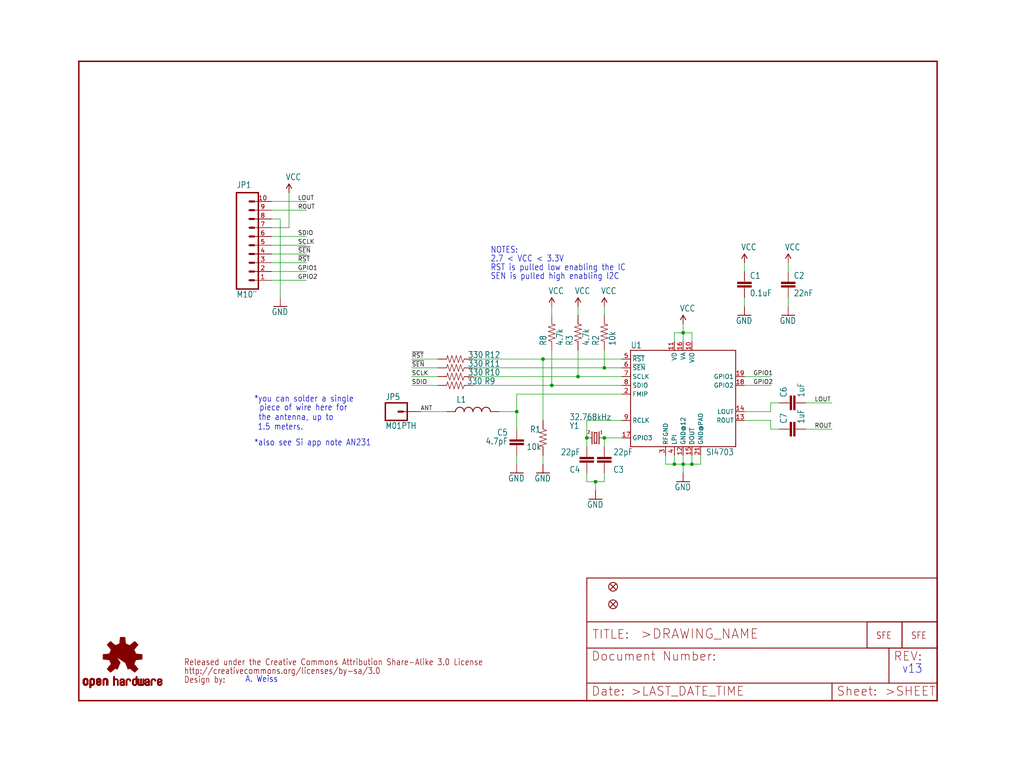
<source format=kicad_sch>
(kicad_sch (version 20211123) (generator eeschema)
  (paper "User" 297.002 223.926)
  (lib_symbols
    (symbol "schematicEagle-eagle-import:CAP0402-CAP"
      (property "Reference" "C" (at 1.524 2.921 0))
      (property "Value" "CAP0402-CAP" (at 1.524 -2.159 0))
      (symbol "CAP0402-CAP_1_0"
        (pin passive line (at 0 5.08 270) (length 2.54) (name "1") (number "1"))
        (pin passive line (at 0 -2.54 90) (length 2.54) (name "2") (number "2"))
      )
    )
    (symbol "schematicEagle-eagle-import:CREATIVE_COMMONS"
      (symbol "CREATIVE_COMMONS_1_0"
        (text "Design by:" (at 0 0 0) (effects (font (size 1.778 1.5113)) (justify left bottom)))
        (text "http://creativecommons.org/licenses/by-sa/3.0" (at 0 2.54 0) (effects (font (size 1.778 1.5113)) (justify left bottom)))
        (text "Released under the Creative Commons Attribution Share-Alike 3.0 License" (at 0 5.08 0) (effects (font (size 1.778 1.5113)) (justify left bottom)))
      )
    )
    (symbol "schematicEagle-eagle-import:CRYSTAL32-SMD"
      (property "Reference" "Y" (at 2.54 1.016 0))
      (property "Value" "CRYSTAL32-SMD" (at 2.54 -2.54 0))
      (symbol "CRYSTAL32-SMD_1_0"
        (text "1" (at -2.159 -1.143 0) (effects (font (size 0.8636 0.734)) (justify left bottom)))
        (text "2" (at 1.524 -1.143 0) (effects (font (size 0.8636 0.734)) (justify left bottom)))
        (pin passive line (at -2.54 0 0) (length 0) (name "1") (number "X1"))
        (pin passive line (at 2.54 0 180) (length 0) (name "2") (number "X2"))
      )
    )
    (symbol "schematicEagle-eagle-import:FIDUCIALUFIDUCIAL")
    (symbol "schematicEagle-eagle-import:FRAME-LETTER"
      (symbol "FRAME-LETTER_2_0"
        (text ">DRAWING_NAME" (at 15.494 17.78 0) (effects (font (size 2.7432 2.7432)) (justify left bottom)))
        (text ">LAST_DATE_TIME" (at 12.7 1.27 0) (effects (font (size 2.54 2.54)) (justify left bottom)))
        (text ">SHEET" (at 86.36 1.27 0) (effects (font (size 2.54 2.54)) (justify left bottom)))
        (text "Date:" (at 1.27 1.27 0) (effects (font (size 2.54 2.54)) (justify left bottom)))
        (text "Document Number:" (at 1.27 11.43 0) (effects (font (size 2.54 2.54)) (justify left bottom)))
        (text "REV:" (at 88.9 11.43 0) (effects (font (size 2.54 2.54)) (justify left bottom)))
        (text "Sheet:" (at 72.39 1.27 0) (effects (font (size 2.54 2.54)) (justify left bottom)))
        (text "TITLE:" (at 1.524 17.78 0) (effects (font (size 2.54 2.54)) (justify left bottom)))
      )
    )
    (symbol "schematicEagle-eagle-import:GND" (power)
      (property "Value" "GND" (at -2.54 -2.54 0))
      (symbol "GND_1_0"
        (pin power_in line (at 0 2.54 270) (length 2.54) (name "GND") (number "1"))
      )
    )
    (symbol "schematicEagle-eagle-import:INDUCTOR0402"
      (property "Reference" "L" (at 2.54 5.08 0))
      (property "Value" "INDUCTOR0402" (at 2.54 -5.08 0))
      (symbol "INDUCTOR0402_1_0"
        (pin passive line (at 0 7.62 270) (length 2.54) (name "1") (number "1"))
        (pin passive line (at 0 -7.62 90) (length 2.54) (name "2") (number "2"))
      )
    )
    (symbol "schematicEagle-eagle-import:LOGO-SFENW2"
      (symbol "LOGO-SFENW2_1_0"
        (text "SFE" (at 0 0 0) (effects (font (size 1.9304 1.6408)) (justify left bottom)))
      )
    )
    (symbol "schematicEagle-eagle-import:LOGO-SFESK"
      (symbol "LOGO-SFESK_1_0"
        (text "SFE" (at 0 0 0) (effects (font (size 1.9304 1.6408)) (justify left bottom)))
      )
    )
    (symbol "schematicEagle-eagle-import:M01PTH"
      (property "Reference" "JP" (at -2.54 3.302 0))
      (property "Value" "M01PTH" (at -2.54 -5.08 0))
      (symbol "M01PTH_1_0"
        (pin passive line (at 7.62 0 180) (length 5.08) (name "1") (number "1"))
      )
    )
    (symbol "schematicEagle-eagle-import:M10{dblquote}"
      (property "Reference" "JP" (at 0 8.89 0))
      (property "Value" "M10{dblquote}" (at 0 -22.86 0))
      (symbol "M10{dblquote}_1_0"
        (pin passive line (at 10.16 -17.78 180) (length 5.08) (name "1") (number "1"))
        (pin passive line (at 10.16 5.08 180) (length 5.08) (name "10") (number "10"))
        (pin passive line (at 10.16 -15.24 180) (length 5.08) (name "2") (number "2"))
        (pin passive line (at 10.16 -12.7 180) (length 5.08) (name "3") (number "3"))
        (pin passive line (at 10.16 -10.16 180) (length 5.08) (name "4") (number "4"))
        (pin passive line (at 10.16 -7.62 180) (length 5.08) (name "5") (number "5"))
        (pin passive line (at 10.16 -5.08 180) (length 5.08) (name "6") (number "6"))
        (pin passive line (at 10.16 -2.54 180) (length 5.08) (name "7") (number "7"))
        (pin passive line (at 10.16 0 180) (length 5.08) (name "8") (number "8"))
        (pin passive line (at 10.16 2.54 180) (length 5.08) (name "9") (number "9"))
      )
    )
    (symbol "schematicEagle-eagle-import:OSHW-LOGOS")
    (symbol "schematicEagle-eagle-import:RESISTOR0402-RES"
      (property "Reference" "R" (at -3.81 1.4986 0))
      (property "Value" "RESISTOR0402-RES" (at -3.81 -3.302 0))
      (symbol "RESISTOR0402-RES_1_0"
        (pin passive line (at -5.08 0 0) (length 2.54) (name "1") (number "1"))
        (pin passive line (at 5.08 0 180) (length 2.54) (name "2") (number "2"))
      )
    )
    (symbol "schematicEagle-eagle-import:SPARKFUN_SI470X"
      (property "Reference" "U" (at -15.24 15.24 0))
      (property "Value" "SPARKFUN_SI470X" (at -15.24 -17.78 0))
      (symbol "SPARKFUN_SI470X_1_0"
        (pin bidirectional line (at 2.54 15.24 270) (length 2.54) (name "VIO") (number "10"))
        (pin bidirectional line (at -2.54 15.24 270) (length 2.54) (name "VD") (number "11"))
        (pin bidirectional line (at 0 -17.78 90) (length 2.54) (name "GND@12") (number "12"))
        (pin bidirectional line (at 17.78 -7.62 180) (length 2.54) (name "ROUT") (number "13"))
        (pin bidirectional line (at 17.78 -5.08 180) (length 2.54) (name "LOUT") (number "14"))
        (pin bidirectional line (at 2.54 -17.78 90) (length 2.54) (name "DOUT") (number "15"))
        (pin bidirectional line (at 0 15.24 270) (length 2.54) (name "VA") (number "16"))
        (pin bidirectional line (at -17.78 -12.7 0) (length 2.54) (name "GPIO3") (number "17"))
        (pin bidirectional line (at 17.78 2.54 180) (length 2.54) (name "GPIO2") (number "18"))
        (pin bidirectional line (at 17.78 5.08 180) (length 2.54) (name "GPIO1") (number "19"))
        (pin bidirectional line (at -17.78 0 0) (length 2.54) (name "FMIP") (number "2"))
        (pin bidirectional line (at 5.08 -17.78 90) (length 2.54) (name "GND@PAD") (number "21"))
        (pin bidirectional line (at -5.08 -17.78 90) (length 2.54) (name "RFGND") (number "3"))
        (pin bidirectional line (at -2.54 -17.78 90) (length 2.54) (name "LPI") (number "4"))
        (pin bidirectional line (at -17.78 10.16 0) (length 2.54) (name "~{RST}") (number "5"))
        (pin bidirectional line (at -17.78 7.62 0) (length 2.54) (name "~{SEN}") (number "6"))
        (pin bidirectional line (at -17.78 5.08 0) (length 2.54) (name "SCLK") (number "7"))
        (pin bidirectional line (at -17.78 2.54 0) (length 2.54) (name "SDIO") (number "8"))
        (pin bidirectional line (at -17.78 -7.62 0) (length 2.54) (name "RCLK") (number "9"))
      )
    )
    (symbol "schematicEagle-eagle-import:VCC" (power)
      (property "Value" "VCC" (at -1.016 3.556 0))
      (symbol "VCC_1_0"
        (pin power_in line (at 0 0 90) (length 2.54) (name "VCC") (number "1"))
      )
    )
  )
  (junction (at 198.12 134.62))
  (junction (at 167.64 109.22))
  (junction (at 198.12 96.52))
  (junction (at 170.18 127))
  (junction (at 149.86 119.38))
  (junction (at 160.02 111.76))
  (junction (at 195.58 134.62))
  (junction (at 175.26 106.68))
  (junction (at 157.48 104.14))
  (junction (at 172.72 139.7))
  (junction (at 175.26 127))
  (junction (at 200.66 134.62))
  (wire (pts (xy 200.66 99.06) (xy 200.66 96.52)))
  (wire (pts (xy 180.34 121.92) (xy 170.18 121.92)))
  (wire (pts (xy 149.86 119.38) (xy 144.78 119.38)))
  (wire (pts (xy 149.86 114.3) (xy 149.86 119.38)))
  (wire (pts (xy 83.82 66.04) (xy 83.82 55.88)))
  (wire (pts (xy 83.82 66.04) (xy 78.74 66.04)))
  (wire (pts (xy 195.58 132.08) (xy 195.58 134.62)))
  (wire (pts (xy 198.12 99.06) (xy 198.12 96.52)))
  (wire (pts (xy 180.34 106.68) (xy 175.26 106.68)))
  (wire (pts (xy 198.12 96.52) (xy 198.12 93.98)))
  (wire (pts (xy 226.06 124.46) (xy 223.52 124.46)))
  (wire (pts (xy 215.9 121.92) (xy 223.52 121.92)))
  (wire (pts (xy 175.26 106.68) (xy 137.16 106.68)))
  (wire (pts (xy 78.74 81.28) (xy 88.9 81.28)))
  (wire (pts (xy 215.9 109.22) (xy 223.52 109.22)))
  (wire (pts (xy 195.58 96.52) (xy 195.58 99.06)))
  (wire (pts (xy 198.12 137.16) (xy 198.12 134.62)))
  (wire (pts (xy 180.34 111.76) (xy 160.02 111.76)))
  (wire (pts (xy 157.48 104.14) (xy 157.48 121.92)))
  (wire (pts (xy 78.74 73.66) (xy 88.9 73.66)))
  (wire (pts (xy 200.66 134.62) (xy 203.2 134.62)))
  (wire (pts (xy 78.74 78.74) (xy 88.9 78.74)))
  (wire (pts (xy 228.6 76.2) (xy 228.6 78.74)))
  (wire (pts (xy 170.18 127) (xy 170.18 129.54)))
  (wire (pts (xy 175.26 139.7) (xy 175.26 137.16)))
  (wire (pts (xy 175.26 88.9) (xy 175.26 91.44)))
  (wire (pts (xy 160.02 88.9) (xy 160.02 91.44)))
  (wire (pts (xy 78.74 76.2) (xy 88.9 76.2)))
  (wire (pts (xy 198.12 96.52) (xy 195.58 96.52)))
  (wire (pts (xy 127 104.14) (xy 119.38 104.14)))
  (wire (pts (xy 180.34 104.14) (xy 157.48 104.14)))
  (wire (pts (xy 228.6 88.9) (xy 228.6 86.36)))
  (wire (pts (xy 203.2 134.62) (xy 203.2 132.08)))
  (wire (pts (xy 78.74 71.12) (xy 88.9 71.12)))
  (wire (pts (xy 167.64 109.22) (xy 137.16 109.22)))
  (wire (pts (xy 160.02 101.6) (xy 160.02 111.76)))
  (wire (pts (xy 78.74 60.96) (xy 88.9 60.96)))
  (wire (pts (xy 215.9 88.9) (xy 215.9 86.36)))
  (wire (pts (xy 200.66 132.08) (xy 200.66 134.62)))
  (wire (pts (xy 215.9 76.2) (xy 215.9 78.74)))
  (wire (pts (xy 180.34 127) (xy 175.26 127)))
  (wire (pts (xy 180.34 114.3) (xy 149.86 114.3)))
  (wire (pts (xy 127 109.22) (xy 119.38 109.22)))
  (wire (pts (xy 172.72 139.7) (xy 175.26 139.7)))
  (wire (pts (xy 149.86 134.62) (xy 149.86 132.08)))
  (wire (pts (xy 127 106.68) (xy 119.38 106.68)))
  (wire (pts (xy 149.86 124.46) (xy 149.86 119.38)))
  (wire (pts (xy 198.12 134.62) (xy 200.66 134.62)))
  (wire (pts (xy 160.02 111.76) (xy 137.16 111.76)))
  (wire (pts (xy 226.06 116.84) (xy 223.52 116.84)))
  (wire (pts (xy 78.74 58.42) (xy 88.9 58.42)))
  (wire (pts (xy 223.52 119.38) (xy 223.52 116.84)))
  (wire (pts (xy 167.64 88.9) (xy 167.64 91.44)))
  (wire (pts (xy 195.58 134.62) (xy 198.12 134.62)))
  (wire (pts (xy 200.66 96.52) (xy 198.12 96.52)))
  (wire (pts (xy 81.28 63.5) (xy 78.74 63.5)))
  (wire (pts (xy 198.12 132.08) (xy 198.12 134.62)))
  (wire (pts (xy 170.18 137.16) (xy 170.18 139.7)))
  (wire (pts (xy 78.74 68.58) (xy 88.9 68.58)))
  (wire (pts (xy 81.28 63.5) (xy 81.28 86.36)))
  (wire (pts (xy 129.54 119.38) (xy 121.92 119.38)))
  (wire (pts (xy 172.72 142.24) (xy 172.72 139.7)))
  (wire (pts (xy 215.9 111.76) (xy 223.52 111.76)))
  (wire (pts (xy 157.48 104.14) (xy 137.16 104.14)))
  (wire (pts (xy 157.48 134.62) (xy 157.48 132.08)))
  (wire (pts (xy 170.18 139.7) (xy 172.72 139.7)))
  (wire (pts (xy 193.04 132.08) (xy 193.04 134.62)))
  (wire (pts (xy 175.26 127) (xy 175.26 129.54)))
  (wire (pts (xy 170.18 121.92) (xy 170.18 127)))
  (wire (pts (xy 215.9 119.38) (xy 223.52 119.38)))
  (wire (pts (xy 167.64 101.6) (xy 167.64 109.22)))
  (wire (pts (xy 127 111.76) (xy 119.38 111.76)))
  (wire (pts (xy 233.68 116.84) (xy 241.3 116.84)))
  (wire (pts (xy 175.26 106.68) (xy 175.26 101.6)))
  (wire (pts (xy 233.68 124.46) (xy 241.3 124.46)))
  (wire (pts (xy 223.52 121.92) (xy 223.52 124.46)))
  (wire (pts (xy 180.34 109.22) (xy 167.64 109.22)))
  (wire (pts (xy 193.04 134.62) (xy 195.58 134.62)))
  (text "*you can solder a single" (at 73.66 116.84 180) (effects (font (size 1.778 1.5113)) (justify left bottom)))
  (text "SEN is pulled high enabling I2C" (at 142.24 81.28 180) (effects (font (size 1.778 1.5113)) (justify left bottom)))
  (text "piece of wire here for" (at 75.184 119.38 180) (effects (font (size 1.778 1.5113)) (justify left bottom)))
  (text "the antenna, up to" (at 74.93 122.174 180) (effects (font (size 1.778 1.5113)) (justify left bottom)))
  (text "NOTES:" (at 142.24 73.66 180) (effects (font (size 1.778 1.5113)) (justify left bottom)))
  (text "A. Weiss" (at 71.12 198.12 180) (effects (font (size 1.778 1.5113)) (justify left bottom)))
  (text "1.5 meters." (at 74.676 124.968 180) (effects (font (size 1.778 1.5113)) (justify left bottom)))
  (text "*also see Si app note AN231" (at 73.66 129.54 180) (effects (font (size 1.778 1.5113)) (justify left bottom)))
  (text "RST is pulled low enabling the IC" (at 142.24 78.74 180) (effects (font (size 1.778 1.5113)) (justify left bottom)))
  (text "v13" (at 261.62 195.58 180) (effects (font (size 2.54 2.159)) (justify left bottom)))
  (text "2.7 < VCC < 3.3V" (at 142.24 76.2 180) (effects (font (size 1.778 1.5113)) (justify left bottom)))
  (label "GPIO1" (at 218.44 109.22 0) (effects (font (size 1.2446 1.2446))))
  (label "SCLK" (at 119.38 109.22 0) (effects (font (size 1.2446 1.2446))))
  (label "GPIO2" (at 86.36 81.28 0) (effects (font (size 1.2446 1.2446))))
  (label "~{SEN}" (at 86.36 73.66 0) (effects (font (size 1.2446 1.2446))))
  (label "ROUT" (at 236.22 124.46 0) (effects (font (size 1.2446 1.2446))))
  (label "ROUT" (at 86.36 60.96 0) (effects (font (size 1.2446 1.2446))))
  (label "LOUT" (at 86.36 58.42 0) (effects (font (size 1.2446 1.2446))))
  (label "~{SEN}" (at 119.38 106.68 0) (effects (font (size 1.2446 1.2446))))
  (label "SDIO" (at 119.38 111.76 0) (effects (font (size 1.2446 1.2446))))
  (label "SCLK" (at 86.36 71.12 0) (effects (font (size 1.2446 1.2446))))
  (label "GPIO2" (at 218.44 111.76 0) (effects (font (size 1.2446 1.2446))))
  (label "ANT" (at 121.92 119.38 0) (effects (font (size 1.2446 1.2446))))
  (label "~{RST}" (at 119.38 104.14 0) (effects (font (size 1.2446 1.2446))))
  (label "SDIO" (at 86.36 68.58 0) (effects (font (size 1.2446 1.2446))))
  (label "LOUT" (at 236.22 116.84 0) (effects (font (size 1.2446 1.2446))))
  (label "GPIO1" (at 86.36 78.74 0) (effects (font (size 1.2446 1.2446))))
  (label "~{RST}" (at 86.36 76.2 0) (effects (font (size 1.2446 1.2446))))
  (symbol (lib_id "schematicEagle-eagle-import:CAP0402-CAP") (at 231.14 124.46 90) (unit 1)
    (property "Reference" "C7" (at 228.219 122.936 0) (effects (font (size 1.778 1.5113)) (justify left bottom)))
    (property "Value" "1uF" (at 233.299 122.936 0) (effects (font (size 1.778 1.5113)) (justify left bottom)))
    (property "Footprint" "schematicEagle:0402-CAP" (effects hide))
  )
  (symbol (lib_id "schematicEagle-eagle-import:FRAME-LETTER") (at 22.86 203.2 0) (unit 1)
    (property "Reference" "#FRAME1" (effects hide))
    (property "Value" "FRAME-LETTER" (effects hide))
    (property "Footprint" "schematicEagle:" (effects hide))
  )
  (symbol (lib_id "schematicEagle-eagle-import:GND") (at 215.9 91.44 0) (unit 1)
    (property "Reference" "#GND5" (effects hide))
    (property "Value" "GND" (at 213.36 93.98 0) (effects (font (size 1.778 1.5113)) (justify left bottom)))
    (property "Footprint" "schematicEagle:" (effects hide))
  )
  (symbol (lib_id "schematicEagle-eagle-import:CAP0402-CAP") (at 228.6 83.82 0) (unit 1)
    (property "Reference" "C2" (at 230.124 80.899 0) (effects (font (size 1.778 1.5113)) (justify left bottom)))
    (property "Value" "22nF" (at 230.124 85.979 0) (effects (font (size 1.778 1.5113)) (justify left bottom)))
    (property "Footprint" "schematicEagle:0402-CAP" (effects hide))
  )
  (symbol (lib_id "schematicEagle-eagle-import:LOGO-SFENW2") (at 264.16 185.42 0) (unit 1)
    (property "Reference" "JP2" (effects hide))
    (property "Value" "LOGO-SFENW2" (effects hide))
    (property "Footprint" "schematicEagle:SFE-NEW-WEB" (effects hide))
  )
  (symbol (lib_id "schematicEagle-eagle-import:RESISTOR0402-RES") (at 175.26 96.52 90) (unit 1)
    (property "Reference" "R2" (at 173.7614 100.33 0) (effects (font (size 1.778 1.5113)) (justify left bottom)))
    (property "Value" "10k" (at 178.562 100.33 0) (effects (font (size 1.778 1.5113)) (justify left bottom)))
    (property "Footprint" "schematicEagle:0402-RES" (effects hide))
  )
  (symbol (lib_id "schematicEagle-eagle-import:CAP0402-CAP") (at 231.14 116.84 90) (unit 1)
    (property "Reference" "C6" (at 228.219 115.316 0) (effects (font (size 1.778 1.5113)) (justify left bottom)))
    (property "Value" "1uF" (at 233.299 115.316 0) (effects (font (size 1.778 1.5113)) (justify left bottom)))
    (property "Footprint" "schematicEagle:0402-CAP" (effects hide))
  )
  (symbol (lib_id "schematicEagle-eagle-import:GND") (at 157.48 137.16 0) (unit 1)
    (property "Reference" "#GND4" (effects hide))
    (property "Value" "GND" (at 154.94 139.7 0) (effects (font (size 1.778 1.5113)) (justify left bottom)))
    (property "Footprint" "schematicEagle:" (effects hide))
  )
  (symbol (lib_id "schematicEagle-eagle-import:VCC") (at 83.82 55.88 0) (unit 1)
    (property "Reference" "#P+18" (effects hide))
    (property "Value" "VCC" (at 82.804 52.324 0) (effects (font (size 1.778 1.5113)) (justify left bottom)))
    (property "Footprint" "schematicEagle:" (effects hide))
  )
  (symbol (lib_id "schematicEagle-eagle-import:RESISTOR0402-RES") (at 157.48 127 270) (unit 1)
    (property "Reference" "R1" (at 153.67 125.5014 90) (effects (font (size 1.778 1.5113)) (justify left bottom)))
    (property "Value" "10k" (at 152.654 130.556 90) (effects (font (size 1.778 1.5113)) (justify left bottom)))
    (property "Footprint" "schematicEagle:0402-RES" (effects hide))
  )
  (symbol (lib_id "schematicEagle-eagle-import:GND") (at 172.72 144.78 0) (unit 1)
    (property "Reference" "#GND2" (effects hide))
    (property "Value" "GND" (at 170.18 147.32 0) (effects (font (size 1.778 1.5113)) (justify left bottom)))
    (property "Footprint" "schematicEagle:" (effects hide))
  )
  (symbol (lib_id "schematicEagle-eagle-import:M10{dblquote}") (at 68.58 63.5 0) (unit 1)
    (property "Reference" "JP1" (at 68.58 54.61 0) (effects (font (size 1.778 1.5113)) (justify left bottom)))
    (property "Value" "M10{dblquote}" (at 68.58 86.36 0) (effects (font (size 1.778 1.5113)) (justify left bottom)))
    (property "Footprint" "schematicEagle:1X10" (effects hide))
  )
  (symbol (lib_id "schematicEagle-eagle-import:CAP0402-CAP") (at 215.9 83.82 0) (unit 1)
    (property "Reference" "C1" (at 217.424 80.899 0) (effects (font (size 1.778 1.5113)) (justify left bottom)))
    (property "Value" "0.1uF" (at 217.424 85.979 0) (effects (font (size 1.778 1.5113)) (justify left bottom)))
    (property "Footprint" "schematicEagle:0402-CAP" (effects hide))
  )
  (symbol (lib_id "schematicEagle-eagle-import:RESISTOR0402-RES") (at 132.08 111.76 180) (unit 1)
    (property "Reference" "R9" (at 140.462 111.506 0) (effects (font (size 1.778 1.5113)) (justify right top)))
    (property "Value" "330" (at 135.382 111.506 0) (effects (font (size 1.778 1.5113)) (justify right top)))
    (property "Footprint" "schematicEagle:0402-RES" (effects hide))
  )
  (symbol (lib_id "schematicEagle-eagle-import:RESISTOR0402-RES") (at 160.02 96.52 90) (unit 1)
    (property "Reference" "R8" (at 158.5214 100.33 0) (effects (font (size 1.778 1.5113)) (justify left bottom)))
    (property "Value" "4.7k" (at 163.322 100.33 0) (effects (font (size 1.778 1.5113)) (justify left bottom)))
    (property "Footprint" "schematicEagle:0402-RES" (effects hide))
  )
  (symbol (lib_id "schematicEagle-eagle-import:M01PTH") (at 114.3 119.38 0) (unit 1)
    (property "Reference" "JP5" (at 111.76 116.078 0) (effects (font (size 1.778 1.5113)) (justify left bottom)))
    (property "Value" "M01PTH" (at 111.76 124.46 0) (effects (font (size 1.778 1.5113)) (justify left bottom)))
    (property "Footprint" "schematicEagle:1X01" (effects hide))
  )
  (symbol (lib_id "schematicEagle-eagle-import:RESISTOR0402-RES") (at 167.64 96.52 90) (unit 1)
    (property "Reference" "R3" (at 166.1414 100.33 0) (effects (font (size 1.778 1.5113)) (justify left bottom)))
    (property "Value" "4.7k" (at 170.942 100.33 0) (effects (font (size 1.778 1.5113)) (justify left bottom)))
    (property "Footprint" "schematicEagle:0402-RES" (effects hide))
  )
  (symbol (lib_id "schematicEagle-eagle-import:OSHW-LOGOS") (at 35.56 190.5 0) (unit 1)
    (property "Reference" "U$3" (effects hide))
    (property "Value" "OSHW-LOGOS" (effects hide))
    (property "Footprint" "schematicEagle:OSHW-LOGO-S" (effects hide))
  )
  (symbol (lib_id "schematicEagle-eagle-import:GND") (at 228.6 91.44 0) (unit 1)
    (property "Reference" "#GND6" (effects hide))
    (property "Value" "GND" (at 226.06 93.98 0) (effects (font (size 1.778 1.5113)) (justify left bottom)))
    (property "Footprint" "schematicEagle:" (effects hide))
  )
  (symbol (lib_id "schematicEagle-eagle-import:RESISTOR0402-RES") (at 132.08 104.14 180) (unit 1)
    (property "Reference" "R12" (at 140.462 103.886 0) (effects (font (size 1.778 1.5113)) (justify right top)))
    (property "Value" "330" (at 135.636 103.886 0) (effects (font (size 1.778 1.5113)) (justify right top)))
    (property "Footprint" "schematicEagle:0402-RES" (effects hide))
  )
  (symbol (lib_id "schematicEagle-eagle-import:CAP0402-CAP") (at 170.18 132.08 180) (unit 1)
    (property "Reference" "C4" (at 165.1 137.16 0) (effects (font (size 1.778 1.5113)) (justify right top)))
    (property "Value" "22pF" (at 162.56 132.08 0) (effects (font (size 1.778 1.5113)) (justify right top)))
    (property "Footprint" "schematicEagle:0402-CAP" (effects hide))
  )
  (symbol (lib_id "schematicEagle-eagle-import:VCC") (at 175.26 88.9 0) (unit 1)
    (property "Reference" "#P+5" (effects hide))
    (property "Value" "VCC" (at 174.244 85.344 0) (effects (font (size 1.778 1.5113)) (justify left bottom)))
    (property "Footprint" "schematicEagle:" (effects hide))
  )
  (symbol (lib_id "schematicEagle-eagle-import:RESISTOR0402-RES") (at 132.08 106.68 180) (unit 1)
    (property "Reference" "R11" (at 140.462 106.426 0) (effects (font (size 1.778 1.5113)) (justify right top)))
    (property "Value" "330" (at 135.636 106.426 0) (effects (font (size 1.778 1.5113)) (justify right top)))
    (property "Footprint" "schematicEagle:0402-RES" (effects hide))
  )
  (symbol (lib_id "schematicEagle-eagle-import:FIDUCIALUFIDUCIAL") (at 177.8 170.18 0) (unit 1)
    (property "Reference" "JP6" (effects hide))
    (property "Value" "FIDUCIALUFIDUCIAL" (effects hide))
    (property "Footprint" "schematicEagle:MICRO-FIDUCIAL" (effects hide))
  )
  (symbol (lib_id "schematicEagle-eagle-import:VCC") (at 167.64 88.9 0) (unit 1)
    (property "Reference" "#P+4" (effects hide))
    (property "Value" "VCC" (at 166.624 85.344 0) (effects (font (size 1.778 1.5113)) (justify left bottom)))
    (property "Footprint" "schematicEagle:" (effects hide))
  )
  (symbol (lib_id "schematicEagle-eagle-import:CREATIVE_COMMONS") (at 53.34 198.12 0) (unit 1)
    (property "Reference" "U$1" (effects hide))
    (property "Value" "CREATIVE_COMMONS" (effects hide))
    (property "Footprint" "schematicEagle:CREATIVE_COMMONS" (effects hide))
  )
  (symbol (lib_id "schematicEagle-eagle-import:CRYSTAL32-SMD") (at 172.72 127 180) (unit 1)
    (property "Reference" "Y1" (at 165.1 124.46 0) (effects (font (size 1.778 1.5113)) (justify right top)))
    (property "Value" "32.768kHz" (at 165.1 121.92 0) (effects (font (size 1.778 1.5113)) (justify right top)))
    (property "Footprint" "schematicEagle:CRYSTAL-32KHZ-SMD" (effects hide))
  )
  (symbol (lib_id "schematicEagle-eagle-import:VCC") (at 198.12 93.98 0) (unit 1)
    (property "Reference" "#P+6" (effects hide))
    (property "Value" "VCC" (at 197.104 90.424 0) (effects (font (size 1.778 1.5113)) (justify left bottom)))
    (property "Footprint" "schematicEagle:" (effects hide))
  )
  (symbol (lib_id "schematicEagle-eagle-import:SPARKFUN_SI470X") (at 198.12 114.3 0) (unit 1)
    (property "Reference" "U1" (at 182.88 101.092 0) (effects (font (size 1.778 1.5113)) (justify left bottom)))
    (property "Value" "SI4703" (at 204.724 132.08 0) (effects (font (size 1.778 1.5113)) (justify left bottom)))
    (property "Footprint" "schematicEagle:SPARKFUN_SI470X" (effects hide))
  )
  (symbol (lib_id "schematicEagle-eagle-import:VCC") (at 160.02 88.9 0) (unit 1)
    (property "Reference" "#P+3" (effects hide))
    (property "Value" "VCC" (at 159.004 85.344 0) (effects (font (size 1.778 1.5113)) (justify left bottom)))
    (property "Footprint" "schematicEagle:" (effects hide))
  )
  (symbol (lib_id "schematicEagle-eagle-import:LOGO-SFESK") (at 254 185.42 0) (unit 1)
    (property "Reference" "JP3" (effects hide))
    (property "Value" "LOGO-SFESK" (effects hide))
    (property "Footprint" "schematicEagle:SFE-LOGO-FLAME" (effects hide))
  )
  (symbol (lib_id "schematicEagle-eagle-import:CAP0402-CAP") (at 175.26 132.08 180) (unit 1)
    (property "Reference" "C3" (at 177.8 137.16 0) (effects (font (size 1.778 1.5113)) (justify right top)))
    (property "Value" "22pF" (at 177.8 132.08 0) (effects (font (size 1.778 1.5113)) (justify right top)))
    (property "Footprint" "schematicEagle:0402-CAP" (effects hide))
  )
  (symbol (lib_id "schematicEagle-eagle-import:CAP0402-CAP") (at 149.86 129.54 0) (unit 1)
    (property "Reference" "C5" (at 147.32 124.46 0) (effects (font (size 1.778 1.5113)) (justify right top)))
    (property "Value" "4.7pF" (at 147.32 127 0) (effects (font (size 1.778 1.5113)) (justify right top)))
    (property "Footprint" "schematicEagle:0402-CAP" (effects hide))
  )
  (symbol (lib_id "schematicEagle-eagle-import:RESISTOR0402-RES") (at 132.08 109.22 180) (unit 1)
    (property "Reference" "R10" (at 140.462 108.966 0) (effects (font (size 1.778 1.5113)) (justify right top)))
    (property "Value" "330" (at 135.636 108.966 0) (effects (font (size 1.778 1.5113)) (justify right top)))
    (property "Footprint" "schematicEagle:0402-RES" (effects hide))
  )
  (symbol (lib_id "schematicEagle-eagle-import:VCC") (at 215.9 76.2 0) (unit 1)
    (property "Reference" "#P+7" (effects hide))
    (property "Value" "VCC" (at 214.884 72.644 0) (effects (font (size 1.778 1.5113)) (justify left bottom)))
    (property "Footprint" "schematicEagle:" (effects hide))
  )
  (symbol (lib_id "schematicEagle-eagle-import:INDUCTOR0402") (at 137.16 119.38 90) (unit 1)
    (property "Reference" "L1" (at 132.334 116.84 90) (effects (font (size 1.778 1.5113)) (justify right top)))
    (property "Value" "ferrite" (at 131.826 122.428 90) (effects (font (size 1.778 1.5113)) (justify right top)))
    (property "Footprint" "schematicEagle:C0402" (effects hide))
    (property "Value" "ferrite" (effects hide))
  )
  (symbol (lib_id "schematicEagle-eagle-import:GND") (at 149.86 137.16 0) (unit 1)
    (property "Reference" "#GND8" (effects hide))
    (property "Value" "GND" (at 147.32 139.7 0) (effects (font (size 1.778 1.5113)) (justify left bottom)))
    (property "Footprint" "schematicEagle:" (effects hide))
  )
  (symbol (lib_id "schematicEagle-eagle-import:GND") (at 198.12 139.7 0) (unit 1)
    (property "Reference" "#GND1" (effects hide))
    (property "Value" "GND" (at 195.58 142.24 0) (effects (font (size 1.778 1.5113)) (justify left bottom)))
    (property "Footprint" "schematicEagle:" (effects hide))
  )
  (symbol (lib_id "schematicEagle-eagle-import:FIDUCIALUFIDUCIAL") (at 177.8 175.26 0) (unit 1)
    (property "Reference" "JP4" (effects hide))
    (property "Value" "FIDUCIALUFIDUCIAL" (effects hide))
    (property "Footprint" "schematicEagle:MICRO-FIDUCIAL" (effects hide))
  )
  (symbol (lib_id "schematicEagle-eagle-import:FRAME-LETTER") (at 170.18 203.2 0) (unit 2)
    (property "Reference" "#FRAME1" (effects hide))
    (property "Value" "FRAME-LETTER" (effects hide))
    (property "Footprint" "schematicEagle:" (effects hide))
  )
  (symbol (lib_id "schematicEagle-eagle-import:GND") (at 81.28 88.9 0) (unit 1)
    (property "Reference" "#GND10" (effects hide))
    (property "Value" "GND" (at 78.74 91.44 0) (effects (font (size 1.778 1.5113)) (justify left bottom)))
    (property "Footprint" "schematicEagle:" (effects hide))
  )
  (symbol (lib_id "schematicEagle-eagle-import:VCC") (at 228.6 76.2 0) (unit 1)
    (property "Reference" "#P+8" (effects hide))
    (property "Value" "VCC" (at 227.584 72.644 0) (effects (font (size 1.778 1.5113)) (justify left bottom)))
    (property "Footprint" "schematicEagle:" (effects hide))
  )
)
</source>
